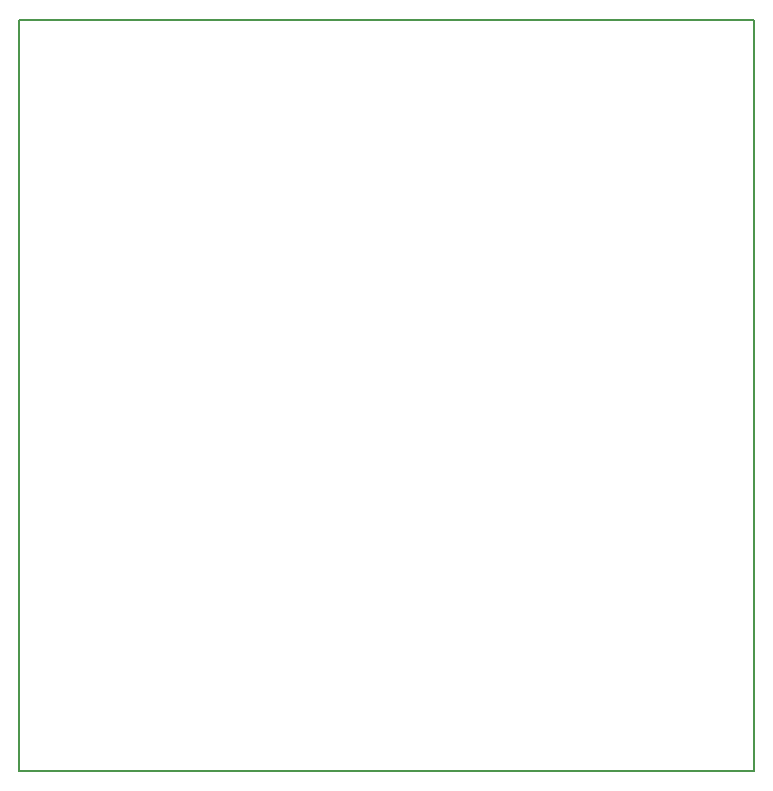
<source format=gm1>
G04 #@! TF.FileFunction,Profile,NP*
%FSLAX46Y46*%
G04 Gerber Fmt 4.6, Leading zero omitted, Abs format (unit mm)*
G04 Created by KiCad (PCBNEW 4.0.1-stable) date 6/25/2016 6:01:51 PM*
%MOMM*%
G01*
G04 APERTURE LIST*
%ADD10C,0.100000*%
%ADD11C,0.150000*%
G04 APERTURE END LIST*
D10*
D11*
X209804000Y-96139000D02*
X211328000Y-96139000D01*
X209804000Y-32512000D02*
X211328000Y-32512000D01*
X149098000Y-96139000D02*
X209804000Y-96139000D01*
X209804000Y-32512000D02*
X149098000Y-32512000D01*
X211328000Y-32512000D02*
X211328000Y-96139000D01*
X149098000Y-96139000D02*
X149098000Y-32512000D01*
M02*

</source>
